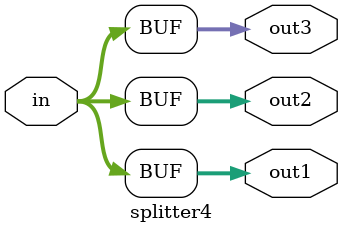
<source format=v>

module splitter4(in, out1, out2, out3);

input  wire [3:0] in;
output wire [3:0] out1;
output wire [3:0] out2;
output wire [3:0] out3;

assign out1 = in;
assign out2 = in;
assign out3 = in;

endmodule

</source>
